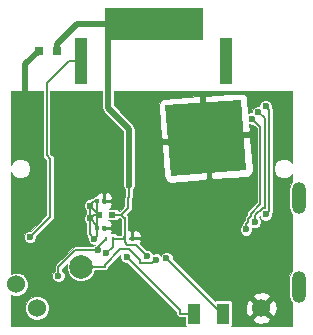
<source format=gbl>
G04 #@! TF.FileFunction,Copper,L2,Bot,Signal*
%FSLAX46Y46*%
G04 Gerber Fmt 4.6, Leading zero omitted, Abs format (unit mm)*
G04 Created by KiCad (PCBNEW 4.0.5+dfsg1-4) date Mon Jul 30 14:02:08 2018*
%MOMM*%
%LPD*%
G01*
G04 APERTURE LIST*
%ADD10C,0.100000*%
%ADD11R,1.000000X1.800000*%
%ADD12R,0.600000X0.500000*%
%ADD13R,0.300000X0.350000*%
%ADD14R,0.280000X0.430000*%
%ADD15R,0.430000X0.280000*%
%ADD16R,1.000000X4.000000*%
%ADD17R,0.800000X0.750000*%
%ADD18O,1.200000X2.700000*%
%ADD19R,8.300000X2.750000*%
%ADD20C,1.524000*%
%ADD21C,2.000000*%
%ADD22C,0.600000*%
%ADD23C,0.177800*%
%ADD24C,0.500000*%
G04 APERTURE END LIST*
D10*
D11*
X112876000Y-84876000D03*
X115376000Y-84876000D03*
D12*
X104898000Y-76494000D03*
X105998000Y-76494000D03*
D13*
X104728000Y-75351000D03*
X105288000Y-75351000D03*
X104702000Y-77637000D03*
X105262000Y-77637000D03*
D14*
X106004000Y-78526000D03*
X105484000Y-78526000D03*
D15*
X107649000Y-79040000D03*
X107649000Y-78520000D03*
D16*
X103300000Y-63500000D03*
X115600000Y-63500000D03*
D17*
X101287000Y-62651000D03*
X99787000Y-62651000D03*
D18*
X121800000Y-82600000D03*
X121800000Y-75100000D03*
D10*
G36*
X110945242Y-73241821D02*
X110474487Y-67260317D01*
X116854758Y-66758179D01*
X117325513Y-72739683D01*
X110945242Y-73241821D01*
X110945242Y-73241821D01*
G37*
D19*
X109500000Y-60400000D03*
D20*
X99600000Y-84400000D03*
X97870000Y-82400000D03*
X118600000Y-84400000D03*
D21*
X103350000Y-80900000D03*
D22*
X104140000Y-67564000D03*
X101346000Y-67564000D03*
X101346000Y-72136000D03*
X108966000Y-75692000D03*
X108966000Y-76962000D03*
X108966000Y-78486000D03*
X116840000Y-83820000D03*
X117094000Y-85344000D03*
X110998000Y-85344000D03*
X108458000Y-85344000D03*
X105664000Y-85344000D03*
X101854000Y-85344000D03*
X97790000Y-70612000D03*
X97790000Y-68072000D03*
X120650000Y-70358000D03*
X120650000Y-67056000D03*
X119888000Y-66294000D03*
X117602000Y-66294000D03*
X113284000Y-66294000D03*
X110490000Y-66294000D03*
X117856000Y-79502000D03*
X108966000Y-74168000D03*
X110490000Y-74422000D03*
X110744000Y-78486000D03*
X110744000Y-76962000D03*
X104902000Y-73914000D03*
X120396000Y-74422000D03*
X120142000Y-76708000D03*
X119380000Y-78994000D03*
X119380000Y-81280000D03*
X117602000Y-73660000D03*
X117595000Y-75438000D03*
X116793000Y-81320000D03*
X107268000Y-66715000D03*
X102696000Y-66334000D03*
X101426000Y-83098000D03*
X98632000Y-66715000D03*
X111459000Y-67604000D03*
X99775000Y-80050000D03*
X106125000Y-77637000D03*
X106760000Y-75351000D03*
X115142000Y-67477000D03*
X116031000Y-77002000D03*
X98759000Y-76875000D03*
X100156000Y-72049000D03*
X101870519Y-75085707D03*
X115269000Y-74135200D03*
X115269000Y-72430000D03*
X107600000Y-77000000D03*
X105484146Y-79783034D03*
X108919000Y-80010000D03*
X107395000Y-73954000D03*
X110570000Y-80177000D03*
X107188000Y-80068700D03*
X101426000Y-81701000D03*
X104753400Y-79516600D03*
X118970552Y-67335422D03*
X118974981Y-76489728D03*
X118358989Y-67816011D03*
X118063000Y-77129000D03*
X117809000Y-68366000D03*
X117301000Y-77750000D03*
X99013000Y-78399000D03*
X104093000Y-76821200D03*
X104093000Y-75732000D03*
X104474000Y-78526000D03*
X109681000Y-80304000D03*
D23*
X101346000Y-67564000D02*
X104140000Y-67564000D01*
X108966000Y-78486000D02*
X107683000Y-78486000D01*
X107683000Y-78486000D02*
X107649000Y-78520000D01*
X117094000Y-85344000D02*
X117094000Y-84074000D01*
X117094000Y-84074000D02*
X116840000Y-83820000D01*
X108458000Y-85344000D02*
X110998000Y-85344000D01*
X101854000Y-85344000D02*
X105664000Y-85344000D01*
X97790000Y-68072000D02*
X97790000Y-70612000D01*
X119888000Y-66294000D02*
X120650000Y-67056000D01*
X113284000Y-66294000D02*
X117602000Y-66294000D01*
X107268000Y-66715000D02*
X110069000Y-66715000D01*
X110069000Y-66715000D02*
X110490000Y-66294000D01*
X116793000Y-81320000D02*
X116793000Y-80565000D01*
X116793000Y-80565000D02*
X117856000Y-79502000D01*
X110744000Y-78486000D02*
X110744000Y-74676000D01*
X110744000Y-74676000D02*
X110490000Y-74422000D01*
X107600000Y-77000000D02*
X110706000Y-77000000D01*
X110706000Y-77000000D02*
X110744000Y-76962000D01*
X119679999Y-77170001D02*
X120142000Y-76708000D01*
X119380000Y-78994000D02*
X119679999Y-78694001D01*
X119679999Y-78694001D02*
X119679999Y-77170001D01*
X119380000Y-81280000D02*
X119380000Y-78994000D01*
X116031000Y-77002000D02*
X117595000Y-75438000D01*
D24*
X98632000Y-66715000D02*
X98632000Y-63781000D01*
D23*
X99762000Y-62651000D02*
X99787000Y-62651000D01*
D24*
X98632000Y-63781000D02*
X99762000Y-62651000D01*
D23*
X101426000Y-83098000D02*
X99775000Y-81447000D01*
X99775000Y-81447000D02*
X99775000Y-80050000D01*
X99812000Y-62651000D02*
X99787000Y-62651000D01*
X98632000Y-66715000D02*
X98632000Y-70525000D01*
X98632000Y-70525000D02*
X100156000Y-72049000D01*
X116031000Y-77002000D02*
X116031000Y-74897200D01*
X116031000Y-74897200D02*
X115269000Y-74135200D01*
X107649000Y-78520000D02*
X107649000Y-77049000D01*
X107649000Y-77049000D02*
X107600000Y-77000000D01*
X101870519Y-77954481D02*
X99775000Y-80050000D01*
X101870519Y-75085707D02*
X101870519Y-77954481D01*
X113237000Y-69337000D02*
X113900000Y-70000000D01*
X105262000Y-77637000D02*
X106125000Y-77637000D01*
X106379000Y-75351000D02*
X106760000Y-75351000D01*
X105288000Y-75351000D02*
X106379000Y-75351000D01*
X115269000Y-74208000D02*
X115269000Y-74135200D01*
X114844736Y-72430000D02*
X115269000Y-72430000D01*
X105484146Y-79783034D02*
X106004000Y-79263180D01*
X106004000Y-79263180D02*
X106004000Y-78526000D01*
D24*
X105617000Y-62651000D02*
X105617000Y-60844800D01*
D23*
X105617000Y-60844800D02*
X105172200Y-60400000D01*
D24*
X101287000Y-62651000D02*
X101287000Y-62098200D01*
X101287000Y-62098200D02*
X102985200Y-60400000D01*
X102985200Y-60400000D02*
X105172200Y-60400000D01*
X105172200Y-60400000D02*
X109500000Y-60400000D01*
D23*
X108919000Y-80010000D02*
X108041800Y-79132800D01*
X108041800Y-79132800D02*
X108041800Y-79040000D01*
X108919000Y-79917200D02*
X108919000Y-79958401D01*
X107649000Y-79040000D02*
X108041800Y-79040000D01*
X107649000Y-79040000D02*
X107256200Y-79040000D01*
X107033299Y-78817099D02*
X107033299Y-78350801D01*
X107256200Y-79040000D02*
X107033299Y-78817099D01*
D24*
X105617000Y-67451610D02*
X105617000Y-62651000D01*
X107395000Y-69229610D02*
X105617000Y-67451610D01*
X107395000Y-73954000D02*
X107395000Y-69229610D01*
D23*
X107395000Y-73954000D02*
X107395000Y-75010684D01*
X107395000Y-75010684D02*
X107326701Y-75078983D01*
X107326701Y-75078983D02*
X107326701Y-75926581D01*
X107326701Y-75926581D02*
X106759282Y-76494000D01*
X105998000Y-76494000D02*
X106759282Y-76494000D01*
X106759282Y-76494000D02*
X107013282Y-76748000D01*
X106858100Y-78526000D02*
X107033299Y-78350801D01*
X106004000Y-78526000D02*
X106858100Y-78526000D01*
X107013282Y-76748000D02*
X107033299Y-76727983D01*
X107033299Y-78350801D02*
X107033299Y-77272017D01*
X107033299Y-77272017D02*
X107033299Y-76727983D01*
X109414000Y-61254000D02*
X109420000Y-61260000D01*
X110570000Y-80177000D02*
X115269000Y-84876000D01*
X115269000Y-84876000D02*
X115376000Y-84876000D01*
X111734168Y-84876000D02*
X111734168Y-84614868D01*
X111734168Y-84614868D02*
X107188000Y-80068700D01*
X112876000Y-84876000D02*
X111734168Y-84876000D01*
X101426000Y-80949282D02*
X101426000Y-81701000D01*
X104753400Y-79516600D02*
X102858682Y-79516600D01*
X102858682Y-79516600D02*
X101426000Y-80949282D01*
X104753400Y-79516600D02*
X104753400Y-79256600D01*
X104753400Y-79256600D02*
X105484000Y-78526000D01*
X118974981Y-76489728D02*
X119274980Y-76189729D01*
X119270551Y-67635421D02*
X118970552Y-67335422D01*
X119274980Y-76189729D02*
X119274980Y-67639850D01*
X119274980Y-67639850D02*
X119270551Y-67635421D01*
X118974981Y-67339851D02*
X118970552Y-67335422D01*
X118872000Y-75923027D02*
X118702964Y-75923027D01*
X118702964Y-75923027D02*
X118063000Y-76562991D01*
X118063000Y-76562991D02*
X118063000Y-76704736D01*
X118063000Y-76704736D02*
X118063000Y-77129000D01*
X118872000Y-75923027D02*
X118872000Y-68329022D01*
X118872000Y-68329022D02*
X118358989Y-67816011D01*
X118375701Y-67832723D02*
X118358989Y-67816011D01*
X117301000Y-77750000D02*
X117301000Y-77325736D01*
X117301000Y-77325736D02*
X117496299Y-77130437D01*
X117496299Y-77130437D02*
X117496299Y-76856983D01*
X117496299Y-76856983D02*
X117707390Y-76645892D01*
X117707390Y-76645892D02*
X117707391Y-76415692D01*
X117707391Y-76415692D02*
X118516390Y-75606693D01*
X118516390Y-75606693D02*
X118516390Y-69073390D01*
X118516390Y-69073390D02*
X117809000Y-68366000D01*
X117823000Y-68380000D02*
X117809000Y-68366000D01*
X103300000Y-63500000D02*
X102312200Y-63500000D01*
X102312200Y-63500000D02*
X100428017Y-65384183D01*
X99013000Y-78399000D02*
X100722701Y-76689299D01*
X100722701Y-76689299D02*
X100722701Y-71776983D01*
X100722701Y-71776983D02*
X100428017Y-71482299D01*
X100428017Y-71482299D02*
X100428017Y-65384183D01*
X104093000Y-75732000D02*
X104136000Y-75732000D01*
X104136000Y-75732000D02*
X104898000Y-76494000D01*
X104702000Y-77637000D02*
X104702000Y-77430200D01*
X104702000Y-77430200D02*
X104093000Y-76821200D01*
X104898000Y-76494000D02*
X104702000Y-76690000D01*
X104702000Y-76690000D02*
X104702000Y-77637000D01*
X104728000Y-75351000D02*
X104728000Y-76324000D01*
X104728000Y-76324000D02*
X104898000Y-76494000D01*
X104093000Y-76821200D02*
X104093000Y-75732000D01*
X104474000Y-78526000D02*
X104093000Y-78145000D01*
X104093000Y-78145000D02*
X104093000Y-76821200D01*
X104898000Y-76494000D02*
X104420200Y-76494000D01*
X104420200Y-76494000D02*
X104093000Y-76821200D01*
X104093000Y-75658200D02*
X104093000Y-75732000D01*
X104728000Y-75351000D02*
X104400200Y-75351000D01*
X104400200Y-75351000D02*
X104093000Y-75658200D01*
X104702000Y-77637000D02*
X104702000Y-78298000D01*
X104702000Y-78298000D02*
X104474000Y-78526000D01*
X103350000Y-80900000D02*
X105322818Y-80900000D01*
X105322818Y-80900000D02*
X105322818Y-80783080D01*
X105322818Y-80783080D02*
X106659197Y-79446701D01*
X109381001Y-80603999D02*
X109681000Y-80304000D01*
X106659197Y-79446701D02*
X107404719Y-79446701D01*
X107404719Y-79446701D02*
X108300885Y-80342867D01*
X108300885Y-80342867D02*
X108300885Y-80603999D01*
X108300885Y-80603999D02*
X109381001Y-80603999D01*
D10*
G36*
X121188000Y-72117492D02*
X120969524Y-71898634D01*
X120665382Y-71772344D01*
X120336063Y-71772056D01*
X120031701Y-71897816D01*
X119798634Y-72130476D01*
X119672344Y-72434618D01*
X119672056Y-72763937D01*
X119797816Y-73068299D01*
X120030476Y-73301366D01*
X120334618Y-73427656D01*
X120663937Y-73427944D01*
X120968299Y-73302184D01*
X121188000Y-73082867D01*
X121188000Y-73773641D01*
X121035213Y-74002304D01*
X120972200Y-74319089D01*
X120972200Y-75880911D01*
X121035213Y-76197696D01*
X121188000Y-76426359D01*
X121188000Y-81273641D01*
X121035213Y-81502304D01*
X120972200Y-81819089D01*
X120972200Y-83380911D01*
X121035213Y-83697696D01*
X121188000Y-83926359D01*
X121188000Y-85969000D01*
X115996748Y-85969000D01*
X116037950Y-85942487D01*
X116089963Y-85866363D01*
X116108262Y-85776000D01*
X116108262Y-85378228D01*
X117904615Y-85378228D01*
X117984358Y-85587619D01*
X118485703Y-85732813D01*
X119004449Y-85675098D01*
X119215642Y-85587619D01*
X119295385Y-85378228D01*
X118600000Y-84682843D01*
X117904615Y-85378228D01*
X116108262Y-85378228D01*
X116108262Y-84285703D01*
X117267187Y-84285703D01*
X117324902Y-84804449D01*
X117412381Y-85015642D01*
X117621772Y-85095385D01*
X118317157Y-84400000D01*
X118882843Y-84400000D01*
X119578228Y-85095385D01*
X119787619Y-85015642D01*
X119932813Y-84514297D01*
X119875098Y-83995551D01*
X119787619Y-83784358D01*
X119578228Y-83704615D01*
X118882843Y-84400000D01*
X118317157Y-84400000D01*
X117621772Y-83704615D01*
X117412381Y-83784358D01*
X117267187Y-84285703D01*
X116108262Y-84285703D01*
X116108262Y-83976000D01*
X116092378Y-83891583D01*
X116042487Y-83814050D01*
X115966363Y-83762037D01*
X115876000Y-83743738D01*
X114876000Y-83743738D01*
X114791583Y-83759622D01*
X114714050Y-83809513D01*
X114688211Y-83847330D01*
X114262654Y-83421772D01*
X117904615Y-83421772D01*
X118600000Y-84117157D01*
X119295385Y-83421772D01*
X119215642Y-83212381D01*
X118714297Y-83067187D01*
X118195551Y-83124902D01*
X117984358Y-83212381D01*
X117904615Y-83421772D01*
X114262654Y-83421772D01*
X111097730Y-80256848D01*
X111097891Y-80072475D01*
X111017708Y-79878416D01*
X110869365Y-79729814D01*
X110675446Y-79649292D01*
X110465475Y-79649109D01*
X110271416Y-79729292D01*
X110122814Y-79877635D01*
X110087073Y-79963709D01*
X109980365Y-79856814D01*
X109786446Y-79776292D01*
X109576475Y-79776109D01*
X109420130Y-79840709D01*
X109366708Y-79711416D01*
X109218365Y-79562814D01*
X109024446Y-79482292D01*
X108839012Y-79482130D01*
X108348970Y-78992088D01*
X108340142Y-78947709D01*
X108414000Y-78769402D01*
X108414000Y-78727500D01*
X108276500Y-78590000D01*
X107756500Y-78590000D01*
X107756500Y-78660000D01*
X107541500Y-78660000D01*
X107541500Y-78590000D01*
X107434000Y-78590000D01*
X107434000Y-78450000D01*
X107541500Y-78450000D01*
X107541500Y-77967500D01*
X107756500Y-77967500D01*
X107756500Y-78450000D01*
X108276500Y-78450000D01*
X108414000Y-78312500D01*
X108414000Y-78270598D01*
X108330267Y-78068450D01*
X108175550Y-77913732D01*
X107973402Y-77830000D01*
X107894000Y-77830000D01*
X107756500Y-77967500D01*
X107541500Y-77967500D01*
X107404000Y-77830000D01*
X107349999Y-77830000D01*
X107349999Y-76727983D01*
X107325892Y-76606787D01*
X107257240Y-76504042D01*
X107221202Y-76479962D01*
X107550639Y-76150524D01*
X107550642Y-76150522D01*
X107619294Y-76047777D01*
X107622550Y-76031407D01*
X107643402Y-75926581D01*
X107643401Y-75926576D01*
X107643401Y-75198018D01*
X107687593Y-75131880D01*
X107711700Y-75010684D01*
X107711700Y-74383624D01*
X107842186Y-74253365D01*
X107922708Y-74059446D01*
X107922891Y-73849475D01*
X107872800Y-73728245D01*
X107872800Y-70630681D01*
X110188040Y-70630681D01*
X110388354Y-73175909D01*
X110405521Y-73394038D01*
X110504855Y-73588994D01*
X110671235Y-73731095D01*
X110879330Y-73798709D01*
X113842070Y-73565536D01*
X113968358Y-73417672D01*
X113716308Y-70215075D01*
X110314328Y-70482817D01*
X110188040Y-70630681D01*
X107872800Y-70630681D01*
X107872800Y-70183692D01*
X114115075Y-70183692D01*
X114367125Y-73386289D01*
X114514989Y-73512577D01*
X117477730Y-73279404D01*
X117672685Y-73180069D01*
X117814787Y-73013690D01*
X117882401Y-72805595D01*
X117865234Y-72587466D01*
X117664920Y-70042238D01*
X117517056Y-69915950D01*
X114115075Y-70183692D01*
X107872800Y-70183692D01*
X107872800Y-69229615D01*
X107872801Y-69229610D01*
X107836430Y-69046764D01*
X107732856Y-68891754D01*
X107732853Y-68891752D01*
X106094800Y-67253698D01*
X106094800Y-67194405D01*
X109917599Y-67194405D01*
X109934766Y-67412534D01*
X110135080Y-69957762D01*
X110282944Y-70084050D01*
X113684925Y-69816308D01*
X113432875Y-66613711D01*
X113396131Y-66582328D01*
X113831642Y-66582328D01*
X114083692Y-69784925D01*
X117485672Y-69517183D01*
X117611960Y-69369319D01*
X117570170Y-68838322D01*
X117703554Y-68893708D01*
X117888988Y-68893870D01*
X118199690Y-69204571D01*
X118199690Y-75475512D01*
X117483450Y-76191751D01*
X117414798Y-76294496D01*
X117407897Y-76329191D01*
X117390691Y-76415691D01*
X117390691Y-76514709D01*
X117272358Y-76633042D01*
X117203706Y-76735787D01*
X117179599Y-76856983D01*
X117179599Y-76999256D01*
X117077059Y-77101795D01*
X117008407Y-77204540D01*
X116985630Y-77319049D01*
X116853814Y-77450635D01*
X116773292Y-77644554D01*
X116773109Y-77854525D01*
X116853292Y-78048584D01*
X117001635Y-78197186D01*
X117195554Y-78277708D01*
X117405525Y-78277891D01*
X117599584Y-78197708D01*
X117748186Y-78049365D01*
X117828708Y-77855446D01*
X117828891Y-77645475D01*
X117807847Y-77594544D01*
X117957554Y-77656708D01*
X118167525Y-77656891D01*
X118361584Y-77576708D01*
X118510186Y-77428365D01*
X118590708Y-77234446D01*
X118590891Y-77024475D01*
X118510708Y-76830416D01*
X118379700Y-76699179D01*
X118379700Y-76694173D01*
X118456601Y-76617272D01*
X118527273Y-76788312D01*
X118675616Y-76936914D01*
X118869535Y-77017436D01*
X119079506Y-77017619D01*
X119273565Y-76937436D01*
X119422167Y-76789093D01*
X119502689Y-76595174D01*
X119502852Y-76407786D01*
X119567573Y-76310925D01*
X119571077Y-76293309D01*
X119591681Y-76189729D01*
X119591680Y-76189724D01*
X119591680Y-67639855D01*
X119591681Y-67639850D01*
X119567573Y-67518654D01*
X119529081Y-67461047D01*
X119498921Y-67415909D01*
X119498918Y-67415907D01*
X119498282Y-67415271D01*
X119498443Y-67230897D01*
X119418260Y-67036838D01*
X119269917Y-66888236D01*
X119075998Y-66807714D01*
X118866027Y-66807531D01*
X118671968Y-66887714D01*
X118523366Y-67036057D01*
X118442844Y-67229976D01*
X118442793Y-67288284D01*
X118254464Y-67288120D01*
X118060405Y-67368303D01*
X117911803Y-67516646D01*
X117831281Y-67710565D01*
X117831170Y-67838219D01*
X117704475Y-67838109D01*
X117510416Y-67918292D01*
X117498683Y-67930004D01*
X117411646Y-66824091D01*
X117394479Y-66605962D01*
X117295145Y-66411006D01*
X117128765Y-66268905D01*
X116920670Y-66201291D01*
X113957930Y-66434464D01*
X113831642Y-66582328D01*
X113396131Y-66582328D01*
X113285011Y-66487423D01*
X110322270Y-66720596D01*
X110127315Y-66819931D01*
X109985213Y-66986310D01*
X109917599Y-67194405D01*
X106094800Y-67194405D01*
X106094800Y-66003000D01*
X121188000Y-66003000D01*
X121188000Y-72117492D01*
X121188000Y-72117492D01*
G37*
X121188000Y-72117492D02*
X120969524Y-71898634D01*
X120665382Y-71772344D01*
X120336063Y-71772056D01*
X120031701Y-71897816D01*
X119798634Y-72130476D01*
X119672344Y-72434618D01*
X119672056Y-72763937D01*
X119797816Y-73068299D01*
X120030476Y-73301366D01*
X120334618Y-73427656D01*
X120663937Y-73427944D01*
X120968299Y-73302184D01*
X121188000Y-73082867D01*
X121188000Y-73773641D01*
X121035213Y-74002304D01*
X120972200Y-74319089D01*
X120972200Y-75880911D01*
X121035213Y-76197696D01*
X121188000Y-76426359D01*
X121188000Y-81273641D01*
X121035213Y-81502304D01*
X120972200Y-81819089D01*
X120972200Y-83380911D01*
X121035213Y-83697696D01*
X121188000Y-83926359D01*
X121188000Y-85969000D01*
X115996748Y-85969000D01*
X116037950Y-85942487D01*
X116089963Y-85866363D01*
X116108262Y-85776000D01*
X116108262Y-85378228D01*
X117904615Y-85378228D01*
X117984358Y-85587619D01*
X118485703Y-85732813D01*
X119004449Y-85675098D01*
X119215642Y-85587619D01*
X119295385Y-85378228D01*
X118600000Y-84682843D01*
X117904615Y-85378228D01*
X116108262Y-85378228D01*
X116108262Y-84285703D01*
X117267187Y-84285703D01*
X117324902Y-84804449D01*
X117412381Y-85015642D01*
X117621772Y-85095385D01*
X118317157Y-84400000D01*
X118882843Y-84400000D01*
X119578228Y-85095385D01*
X119787619Y-85015642D01*
X119932813Y-84514297D01*
X119875098Y-83995551D01*
X119787619Y-83784358D01*
X119578228Y-83704615D01*
X118882843Y-84400000D01*
X118317157Y-84400000D01*
X117621772Y-83704615D01*
X117412381Y-83784358D01*
X117267187Y-84285703D01*
X116108262Y-84285703D01*
X116108262Y-83976000D01*
X116092378Y-83891583D01*
X116042487Y-83814050D01*
X115966363Y-83762037D01*
X115876000Y-83743738D01*
X114876000Y-83743738D01*
X114791583Y-83759622D01*
X114714050Y-83809513D01*
X114688211Y-83847330D01*
X114262654Y-83421772D01*
X117904615Y-83421772D01*
X118600000Y-84117157D01*
X119295385Y-83421772D01*
X119215642Y-83212381D01*
X118714297Y-83067187D01*
X118195551Y-83124902D01*
X117984358Y-83212381D01*
X117904615Y-83421772D01*
X114262654Y-83421772D01*
X111097730Y-80256848D01*
X111097891Y-80072475D01*
X111017708Y-79878416D01*
X110869365Y-79729814D01*
X110675446Y-79649292D01*
X110465475Y-79649109D01*
X110271416Y-79729292D01*
X110122814Y-79877635D01*
X110087073Y-79963709D01*
X109980365Y-79856814D01*
X109786446Y-79776292D01*
X109576475Y-79776109D01*
X109420130Y-79840709D01*
X109366708Y-79711416D01*
X109218365Y-79562814D01*
X109024446Y-79482292D01*
X108839012Y-79482130D01*
X108348970Y-78992088D01*
X108340142Y-78947709D01*
X108414000Y-78769402D01*
X108414000Y-78727500D01*
X108276500Y-78590000D01*
X107756500Y-78590000D01*
X107756500Y-78660000D01*
X107541500Y-78660000D01*
X107541500Y-78590000D01*
X107434000Y-78590000D01*
X107434000Y-78450000D01*
X107541500Y-78450000D01*
X107541500Y-77967500D01*
X107756500Y-77967500D01*
X107756500Y-78450000D01*
X108276500Y-78450000D01*
X108414000Y-78312500D01*
X108414000Y-78270598D01*
X108330267Y-78068450D01*
X108175550Y-77913732D01*
X107973402Y-77830000D01*
X107894000Y-77830000D01*
X107756500Y-77967500D01*
X107541500Y-77967500D01*
X107404000Y-77830000D01*
X107349999Y-77830000D01*
X107349999Y-76727983D01*
X107325892Y-76606787D01*
X107257240Y-76504042D01*
X107221202Y-76479962D01*
X107550639Y-76150524D01*
X107550642Y-76150522D01*
X107619294Y-76047777D01*
X107622550Y-76031407D01*
X107643402Y-75926581D01*
X107643401Y-75926576D01*
X107643401Y-75198018D01*
X107687593Y-75131880D01*
X107711700Y-75010684D01*
X107711700Y-74383624D01*
X107842186Y-74253365D01*
X107922708Y-74059446D01*
X107922891Y-73849475D01*
X107872800Y-73728245D01*
X107872800Y-70630681D01*
X110188040Y-70630681D01*
X110388354Y-73175909D01*
X110405521Y-73394038D01*
X110504855Y-73588994D01*
X110671235Y-73731095D01*
X110879330Y-73798709D01*
X113842070Y-73565536D01*
X113968358Y-73417672D01*
X113716308Y-70215075D01*
X110314328Y-70482817D01*
X110188040Y-70630681D01*
X107872800Y-70630681D01*
X107872800Y-70183692D01*
X114115075Y-70183692D01*
X114367125Y-73386289D01*
X114514989Y-73512577D01*
X117477730Y-73279404D01*
X117672685Y-73180069D01*
X117814787Y-73013690D01*
X117882401Y-72805595D01*
X117865234Y-72587466D01*
X117664920Y-70042238D01*
X117517056Y-69915950D01*
X114115075Y-70183692D01*
X107872800Y-70183692D01*
X107872800Y-69229615D01*
X107872801Y-69229610D01*
X107836430Y-69046764D01*
X107732856Y-68891754D01*
X107732853Y-68891752D01*
X106094800Y-67253698D01*
X106094800Y-67194405D01*
X109917599Y-67194405D01*
X109934766Y-67412534D01*
X110135080Y-69957762D01*
X110282944Y-70084050D01*
X113684925Y-69816308D01*
X113432875Y-66613711D01*
X113396131Y-66582328D01*
X113831642Y-66582328D01*
X114083692Y-69784925D01*
X117485672Y-69517183D01*
X117611960Y-69369319D01*
X117570170Y-68838322D01*
X117703554Y-68893708D01*
X117888988Y-68893870D01*
X118199690Y-69204571D01*
X118199690Y-75475512D01*
X117483450Y-76191751D01*
X117414798Y-76294496D01*
X117407897Y-76329191D01*
X117390691Y-76415691D01*
X117390691Y-76514709D01*
X117272358Y-76633042D01*
X117203706Y-76735787D01*
X117179599Y-76856983D01*
X117179599Y-76999256D01*
X117077059Y-77101795D01*
X117008407Y-77204540D01*
X116985630Y-77319049D01*
X116853814Y-77450635D01*
X116773292Y-77644554D01*
X116773109Y-77854525D01*
X116853292Y-78048584D01*
X117001635Y-78197186D01*
X117195554Y-78277708D01*
X117405525Y-78277891D01*
X117599584Y-78197708D01*
X117748186Y-78049365D01*
X117828708Y-77855446D01*
X117828891Y-77645475D01*
X117807847Y-77594544D01*
X117957554Y-77656708D01*
X118167525Y-77656891D01*
X118361584Y-77576708D01*
X118510186Y-77428365D01*
X118590708Y-77234446D01*
X118590891Y-77024475D01*
X118510708Y-76830416D01*
X118379700Y-76699179D01*
X118379700Y-76694173D01*
X118456601Y-76617272D01*
X118527273Y-76788312D01*
X118675616Y-76936914D01*
X118869535Y-77017436D01*
X119079506Y-77017619D01*
X119273565Y-76937436D01*
X119422167Y-76789093D01*
X119502689Y-76595174D01*
X119502852Y-76407786D01*
X119567573Y-76310925D01*
X119571077Y-76293309D01*
X119591681Y-76189729D01*
X119591680Y-76189724D01*
X119591680Y-67639855D01*
X119591681Y-67639850D01*
X119567573Y-67518654D01*
X119529081Y-67461047D01*
X119498921Y-67415909D01*
X119498918Y-67415907D01*
X119498282Y-67415271D01*
X119498443Y-67230897D01*
X119418260Y-67036838D01*
X119269917Y-66888236D01*
X119075998Y-66807714D01*
X118866027Y-66807531D01*
X118671968Y-66887714D01*
X118523366Y-67036057D01*
X118442844Y-67229976D01*
X118442793Y-67288284D01*
X118254464Y-67288120D01*
X118060405Y-67368303D01*
X117911803Y-67516646D01*
X117831281Y-67710565D01*
X117831170Y-67838219D01*
X117704475Y-67838109D01*
X117510416Y-67918292D01*
X117498683Y-67930004D01*
X117411646Y-66824091D01*
X117394479Y-66605962D01*
X117295145Y-66411006D01*
X117128765Y-66268905D01*
X116920670Y-66201291D01*
X113957930Y-66434464D01*
X113831642Y-66582328D01*
X113396131Y-66582328D01*
X113285011Y-66487423D01*
X110322270Y-66720596D01*
X110127315Y-66819931D01*
X109985213Y-66986310D01*
X109917599Y-67194405D01*
X106094800Y-67194405D01*
X106094800Y-66003000D01*
X121188000Y-66003000D01*
X121188000Y-72117492D01*
G36*
X100111317Y-71482299D02*
X100135424Y-71603495D01*
X100204076Y-71706240D01*
X100406001Y-71908165D01*
X100406001Y-76558118D01*
X99092848Y-77871270D01*
X98908475Y-77871109D01*
X98714416Y-77951292D01*
X98565814Y-78099635D01*
X98485292Y-78293554D01*
X98485109Y-78503525D01*
X98565292Y-78697584D01*
X98713635Y-78846186D01*
X98907554Y-78926708D01*
X99117525Y-78926891D01*
X99311584Y-78846708D01*
X99460186Y-78698365D01*
X99540708Y-78504446D01*
X99540870Y-78319012D01*
X100946639Y-76913242D01*
X100946642Y-76913240D01*
X101015294Y-76810495D01*
X101039401Y-76689299D01*
X101039401Y-71776983D01*
X101015294Y-71655787D01*
X100946642Y-71553042D01*
X100744717Y-71351117D01*
X100744717Y-66003000D01*
X105139200Y-66003000D01*
X105139200Y-67451605D01*
X105139199Y-67451610D01*
X105175570Y-67634456D01*
X105279144Y-67789466D01*
X106917200Y-69427521D01*
X106917200Y-73728362D01*
X106867292Y-73848554D01*
X106867109Y-74058525D01*
X106947292Y-74252584D01*
X107078300Y-74383821D01*
X107078300Y-74891649D01*
X107034108Y-74957787D01*
X107010001Y-75078983D01*
X107010001Y-75795400D01*
X106628100Y-76177300D01*
X106517712Y-76177300D01*
X106514378Y-76159583D01*
X106464487Y-76082050D01*
X106388363Y-76030037D01*
X106298000Y-76011738D01*
X105702543Y-76011738D01*
X105749550Y-75992267D01*
X105904268Y-75837550D01*
X105988000Y-75635402D01*
X105988000Y-75576000D01*
X105850500Y-75438500D01*
X105363000Y-75438500D01*
X105363000Y-75526000D01*
X105213000Y-75526000D01*
X105213000Y-75438500D01*
X105138000Y-75438500D01*
X105138000Y-75263500D01*
X105213000Y-75263500D01*
X105213000Y-74763500D01*
X105363000Y-74763500D01*
X105363000Y-75263500D01*
X105850500Y-75263500D01*
X105988000Y-75126000D01*
X105988000Y-75066598D01*
X105904268Y-74864450D01*
X105749550Y-74709733D01*
X105547402Y-74626000D01*
X105500500Y-74626000D01*
X105363000Y-74763500D01*
X105213000Y-74763500D01*
X105075500Y-74626000D01*
X105028598Y-74626000D01*
X104826450Y-74709733D01*
X104671732Y-74864450D01*
X104638890Y-74943738D01*
X104578000Y-74943738D01*
X104493583Y-74959622D01*
X104416050Y-75009513D01*
X104398943Y-75034550D01*
X104279004Y-75058407D01*
X104176259Y-75127059D01*
X104176257Y-75127062D01*
X104099113Y-75204205D01*
X103988475Y-75204109D01*
X103794416Y-75284292D01*
X103645814Y-75432635D01*
X103565292Y-75626554D01*
X103565109Y-75836525D01*
X103645292Y-76030584D01*
X103776300Y-76161821D01*
X103776300Y-76391576D01*
X103645814Y-76521835D01*
X103565292Y-76715754D01*
X103565109Y-76925725D01*
X103645292Y-77119784D01*
X103776300Y-77251021D01*
X103776300Y-78145000D01*
X103800407Y-78266196D01*
X103869059Y-78368941D01*
X103946270Y-78446151D01*
X103946109Y-78630525D01*
X104026292Y-78824584D01*
X104174635Y-78973186D01*
X104368554Y-79053708D01*
X104491305Y-79053815D01*
X104454816Y-79068892D01*
X104323579Y-79199900D01*
X102858682Y-79199900D01*
X102737486Y-79224007D01*
X102634741Y-79292659D01*
X102634739Y-79292662D01*
X101202059Y-80725341D01*
X101133407Y-80828086D01*
X101109300Y-80949282D01*
X101109300Y-81271376D01*
X100978814Y-81401635D01*
X100898292Y-81595554D01*
X100898109Y-81805525D01*
X100978292Y-81999584D01*
X101126635Y-82148186D01*
X101320554Y-82228708D01*
X101530525Y-82228891D01*
X101724584Y-82148708D01*
X101873186Y-82000365D01*
X101953708Y-81806446D01*
X101953891Y-81596475D01*
X101873708Y-81402416D01*
X101742700Y-81271179D01*
X101742700Y-81080464D01*
X102122374Y-80700790D01*
X102121987Y-81143153D01*
X102308515Y-81594584D01*
X102653599Y-81940271D01*
X103104704Y-82127586D01*
X103593153Y-82128013D01*
X104044584Y-81941485D01*
X104390271Y-81596401D01*
X104547936Y-81216700D01*
X105322818Y-81216700D01*
X105444014Y-81192593D01*
X105546759Y-81123941D01*
X105615411Y-81021196D01*
X105635977Y-80917803D01*
X106709832Y-79843948D01*
X106660292Y-79963254D01*
X106660109Y-80173225D01*
X106740292Y-80367284D01*
X106888635Y-80515886D01*
X107082554Y-80596408D01*
X107267988Y-80596570D01*
X111417468Y-84746049D01*
X111417468Y-84876000D01*
X111441575Y-84997196D01*
X111510227Y-85099941D01*
X111612972Y-85168593D01*
X111734168Y-85192700D01*
X112143738Y-85192700D01*
X112143738Y-85776000D01*
X112159622Y-85860417D01*
X112209513Y-85937950D01*
X112254956Y-85969000D01*
X97412000Y-85969000D01*
X97412000Y-84596020D01*
X98610029Y-84596020D01*
X98760399Y-84959944D01*
X99038591Y-85238622D01*
X99402253Y-85389627D01*
X99796020Y-85389971D01*
X100159944Y-85239601D01*
X100438622Y-84961409D01*
X100589627Y-84597747D01*
X100589971Y-84203980D01*
X100439601Y-83840056D01*
X100161409Y-83561378D01*
X99797747Y-83410373D01*
X99403980Y-83410029D01*
X99040056Y-83560399D01*
X98761378Y-83838591D01*
X98610373Y-84202253D01*
X98610029Y-84596020D01*
X97412000Y-84596020D01*
X97412000Y-83281561D01*
X97672253Y-83389627D01*
X98066020Y-83389971D01*
X98429944Y-83239601D01*
X98708622Y-82961409D01*
X98859627Y-82597747D01*
X98859971Y-82203980D01*
X98709601Y-81840056D01*
X98431409Y-81561378D01*
X98067747Y-81410373D01*
X97673980Y-81410029D01*
X97412000Y-81518277D01*
X97412000Y-72860609D01*
X97497816Y-73068299D01*
X97730476Y-73301366D01*
X98034618Y-73427656D01*
X98363937Y-73427944D01*
X98668299Y-73302184D01*
X98901366Y-73069524D01*
X99027656Y-72765382D01*
X99027944Y-72436063D01*
X98902184Y-72131701D01*
X98669524Y-71898634D01*
X98365382Y-71772344D01*
X98036063Y-71772056D01*
X97731701Y-71897816D01*
X97498634Y-72130476D01*
X97412000Y-72339115D01*
X97412000Y-66003000D01*
X100111317Y-66003000D01*
X100111317Y-71482299D01*
X100111317Y-71482299D01*
G37*
X100111317Y-71482299D02*
X100135424Y-71603495D01*
X100204076Y-71706240D01*
X100406001Y-71908165D01*
X100406001Y-76558118D01*
X99092848Y-77871270D01*
X98908475Y-77871109D01*
X98714416Y-77951292D01*
X98565814Y-78099635D01*
X98485292Y-78293554D01*
X98485109Y-78503525D01*
X98565292Y-78697584D01*
X98713635Y-78846186D01*
X98907554Y-78926708D01*
X99117525Y-78926891D01*
X99311584Y-78846708D01*
X99460186Y-78698365D01*
X99540708Y-78504446D01*
X99540870Y-78319012D01*
X100946639Y-76913242D01*
X100946642Y-76913240D01*
X101015294Y-76810495D01*
X101039401Y-76689299D01*
X101039401Y-71776983D01*
X101015294Y-71655787D01*
X100946642Y-71553042D01*
X100744717Y-71351117D01*
X100744717Y-66003000D01*
X105139200Y-66003000D01*
X105139200Y-67451605D01*
X105139199Y-67451610D01*
X105175570Y-67634456D01*
X105279144Y-67789466D01*
X106917200Y-69427521D01*
X106917200Y-73728362D01*
X106867292Y-73848554D01*
X106867109Y-74058525D01*
X106947292Y-74252584D01*
X107078300Y-74383821D01*
X107078300Y-74891649D01*
X107034108Y-74957787D01*
X107010001Y-75078983D01*
X107010001Y-75795400D01*
X106628100Y-76177300D01*
X106517712Y-76177300D01*
X106514378Y-76159583D01*
X106464487Y-76082050D01*
X106388363Y-76030037D01*
X106298000Y-76011738D01*
X105702543Y-76011738D01*
X105749550Y-75992267D01*
X105904268Y-75837550D01*
X105988000Y-75635402D01*
X105988000Y-75576000D01*
X105850500Y-75438500D01*
X105363000Y-75438500D01*
X105363000Y-75526000D01*
X105213000Y-75526000D01*
X105213000Y-75438500D01*
X105138000Y-75438500D01*
X105138000Y-75263500D01*
X105213000Y-75263500D01*
X105213000Y-74763500D01*
X105363000Y-74763500D01*
X105363000Y-75263500D01*
X105850500Y-75263500D01*
X105988000Y-75126000D01*
X105988000Y-75066598D01*
X105904268Y-74864450D01*
X105749550Y-74709733D01*
X105547402Y-74626000D01*
X105500500Y-74626000D01*
X105363000Y-74763500D01*
X105213000Y-74763500D01*
X105075500Y-74626000D01*
X105028598Y-74626000D01*
X104826450Y-74709733D01*
X104671732Y-74864450D01*
X104638890Y-74943738D01*
X104578000Y-74943738D01*
X104493583Y-74959622D01*
X104416050Y-75009513D01*
X104398943Y-75034550D01*
X104279004Y-75058407D01*
X104176259Y-75127059D01*
X104176257Y-75127062D01*
X104099113Y-75204205D01*
X103988475Y-75204109D01*
X103794416Y-75284292D01*
X103645814Y-75432635D01*
X103565292Y-75626554D01*
X103565109Y-75836525D01*
X103645292Y-76030584D01*
X103776300Y-76161821D01*
X103776300Y-76391576D01*
X103645814Y-76521835D01*
X103565292Y-76715754D01*
X103565109Y-76925725D01*
X103645292Y-77119784D01*
X103776300Y-77251021D01*
X103776300Y-78145000D01*
X103800407Y-78266196D01*
X103869059Y-78368941D01*
X103946270Y-78446151D01*
X103946109Y-78630525D01*
X104026292Y-78824584D01*
X104174635Y-78973186D01*
X104368554Y-79053708D01*
X104491305Y-79053815D01*
X104454816Y-79068892D01*
X104323579Y-79199900D01*
X102858682Y-79199900D01*
X102737486Y-79224007D01*
X102634741Y-79292659D01*
X102634739Y-79292662D01*
X101202059Y-80725341D01*
X101133407Y-80828086D01*
X101109300Y-80949282D01*
X101109300Y-81271376D01*
X100978814Y-81401635D01*
X100898292Y-81595554D01*
X100898109Y-81805525D01*
X100978292Y-81999584D01*
X101126635Y-82148186D01*
X101320554Y-82228708D01*
X101530525Y-82228891D01*
X101724584Y-82148708D01*
X101873186Y-82000365D01*
X101953708Y-81806446D01*
X101953891Y-81596475D01*
X101873708Y-81402416D01*
X101742700Y-81271179D01*
X101742700Y-81080464D01*
X102122374Y-80700790D01*
X102121987Y-81143153D01*
X102308515Y-81594584D01*
X102653599Y-81940271D01*
X103104704Y-82127586D01*
X103593153Y-82128013D01*
X104044584Y-81941485D01*
X104390271Y-81596401D01*
X104547936Y-81216700D01*
X105322818Y-81216700D01*
X105444014Y-81192593D01*
X105546759Y-81123941D01*
X105615411Y-81021196D01*
X105635977Y-80917803D01*
X106709832Y-79843948D01*
X106660292Y-79963254D01*
X106660109Y-80173225D01*
X106740292Y-80367284D01*
X106888635Y-80515886D01*
X107082554Y-80596408D01*
X107267988Y-80596570D01*
X111417468Y-84746049D01*
X111417468Y-84876000D01*
X111441575Y-84997196D01*
X111510227Y-85099941D01*
X111612972Y-85168593D01*
X111734168Y-85192700D01*
X112143738Y-85192700D01*
X112143738Y-85776000D01*
X112159622Y-85860417D01*
X112209513Y-85937950D01*
X112254956Y-85969000D01*
X97412000Y-85969000D01*
X97412000Y-84596020D01*
X98610029Y-84596020D01*
X98760399Y-84959944D01*
X99038591Y-85238622D01*
X99402253Y-85389627D01*
X99796020Y-85389971D01*
X100159944Y-85239601D01*
X100438622Y-84961409D01*
X100589627Y-84597747D01*
X100589971Y-84203980D01*
X100439601Y-83840056D01*
X100161409Y-83561378D01*
X99797747Y-83410373D01*
X99403980Y-83410029D01*
X99040056Y-83560399D01*
X98761378Y-83838591D01*
X98610373Y-84202253D01*
X98610029Y-84596020D01*
X97412000Y-84596020D01*
X97412000Y-83281561D01*
X97672253Y-83389627D01*
X98066020Y-83389971D01*
X98429944Y-83239601D01*
X98708622Y-82961409D01*
X98859627Y-82597747D01*
X98859971Y-82203980D01*
X98709601Y-81840056D01*
X98431409Y-81561378D01*
X98067747Y-81410373D01*
X97673980Y-81410029D01*
X97412000Y-81518277D01*
X97412000Y-72860609D01*
X97497816Y-73068299D01*
X97730476Y-73301366D01*
X98034618Y-73427656D01*
X98363937Y-73427944D01*
X98668299Y-73302184D01*
X98901366Y-73069524D01*
X99027656Y-72765382D01*
X99027944Y-72436063D01*
X98902184Y-72131701D01*
X98669524Y-71898634D01*
X98365382Y-71772344D01*
X98036063Y-71772056D01*
X97731701Y-71897816D01*
X97498634Y-72130476D01*
X97412000Y-72339115D01*
X97412000Y-66003000D01*
X100111317Y-66003000D01*
X100111317Y-71482299D01*
G36*
X106716599Y-76899199D02*
X106716599Y-78209300D01*
X106349257Y-78209300D01*
X106310487Y-78149050D01*
X106234363Y-78097037D01*
X106144000Y-78078738D01*
X105896830Y-78078738D01*
X105962000Y-77921402D01*
X105962000Y-77862000D01*
X105824500Y-77724500D01*
X105337000Y-77724500D01*
X105337000Y-77812000D01*
X105187000Y-77812000D01*
X105187000Y-77724500D01*
X105112000Y-77724500D01*
X105112000Y-77549500D01*
X105187000Y-77549500D01*
X105187000Y-77462000D01*
X105337000Y-77462000D01*
X105337000Y-77549500D01*
X105824500Y-77549500D01*
X105962000Y-77412000D01*
X105962000Y-77352598D01*
X105878268Y-77150450D01*
X105723550Y-76995733D01*
X105656019Y-76967761D01*
X105698000Y-76976262D01*
X106298000Y-76976262D01*
X106382417Y-76960378D01*
X106459950Y-76910487D01*
X106511963Y-76834363D01*
X106516755Y-76810700D01*
X106628100Y-76810700D01*
X106716599Y-76899199D01*
X106716599Y-76899199D01*
G37*
X106716599Y-76899199D02*
X106716599Y-78209300D01*
X106349257Y-78209300D01*
X106310487Y-78149050D01*
X106234363Y-78097037D01*
X106144000Y-78078738D01*
X105896830Y-78078738D01*
X105962000Y-77921402D01*
X105962000Y-77862000D01*
X105824500Y-77724500D01*
X105337000Y-77724500D01*
X105337000Y-77812000D01*
X105187000Y-77812000D01*
X105187000Y-77724500D01*
X105112000Y-77724500D01*
X105112000Y-77549500D01*
X105187000Y-77549500D01*
X105187000Y-77462000D01*
X105337000Y-77462000D01*
X105337000Y-77549500D01*
X105824500Y-77549500D01*
X105962000Y-77412000D01*
X105962000Y-77352598D01*
X105878268Y-77150450D01*
X105723550Y-76995733D01*
X105656019Y-76967761D01*
X105698000Y-76976262D01*
X106298000Y-76976262D01*
X106382417Y-76960378D01*
X106459950Y-76910487D01*
X106511963Y-76834363D01*
X106516755Y-76810700D01*
X106628100Y-76810700D01*
X106716599Y-76899199D01*
M02*

</source>
